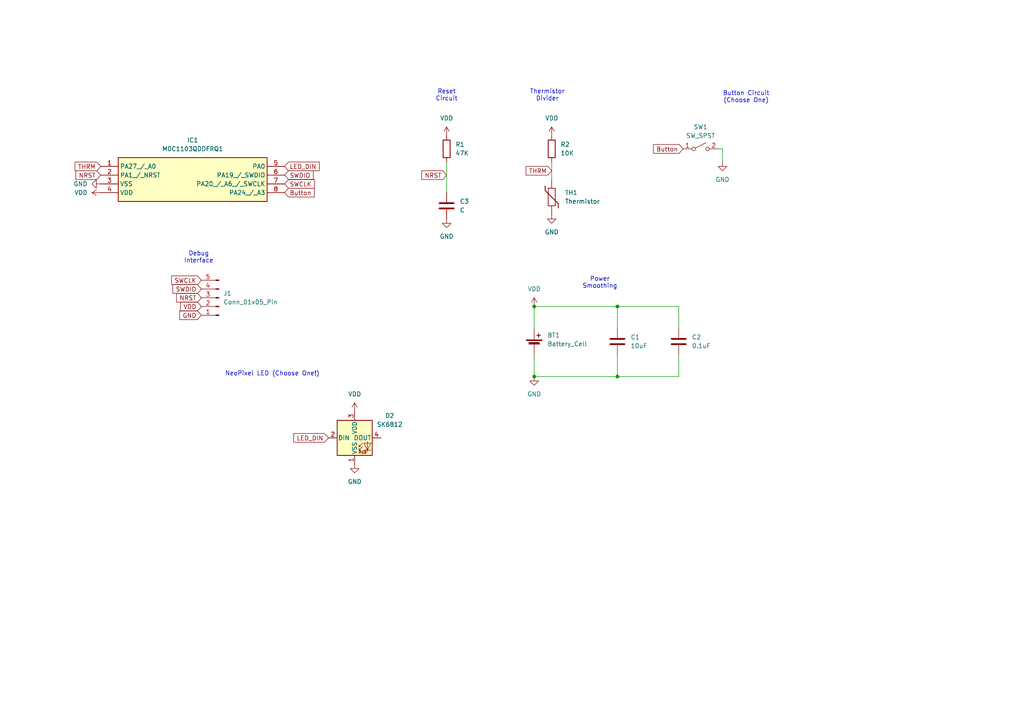
<source format=kicad_sch>
(kicad_sch (version 20250114) (generator "eeschema") (generator_version "9.0")
  (paper "A4")
  (lib_symbols
    (symbol "Connector:Conn_01x05_Pin" (pin_names (offset 1.016) (hide yes))
      (property "Reference" "J" (at 0 7.62 0))
      (property "Value" "Conn_01x05_Pin" (at 0 -7.62 0))
      (symbol "Conn_01x05_Pin_1_1"
        (rectangle (start 0.8636 5.207) (end 0 4.953) (stroke (width 0.1524)) (fill (type outline)))
        (rectangle (start 0.8636 2.667) (end 0 2.413) (stroke (width 0.1524)) (fill (type outline)))
        (rectangle (start 0.8636 0.127) (end 0 -0.127) (stroke (width 0.1524)) (fill (type outline)))
        (rectangle (start 0.8636 -2.413) (end 0 -2.667) (stroke (width 0.1524)) (fill (type outline)))
        (rectangle (start 0.8636 -4.953) (end 0 -5.207) (stroke (width 0.1524)) (fill (type outline)))
        (polyline (pts (xy 1.27 5.08) (xy 0.8636 5.08)) (stroke (width 0.1524)))
        (polyline (pts (xy 1.27 2.54) (xy 0.8636 2.54)) (stroke (width 0.1524)))
        (polyline (pts (xy 1.27 0) (xy 0.8636 0)) (stroke (width 0.1524)))
        (polyline (pts (xy 1.27 -2.54) (xy 0.8636 -2.54)) (stroke (width 0.1524)))
        (polyline (pts (xy 1.27 -5.08) (xy 0.8636 -5.08)) (stroke (width 0.1524)))
        (pin passive line (at 5.08 5.08 180) (length 3.81) (name "Pin_1") (number "1"))
        (pin passive line (at 5.08 2.54 180) (length 3.81) (name "Pin_2") (number "2"))
        (pin passive line (at 5.08 0 180) (length 3.81) (name "Pin_3") (number "3"))
        (pin passive line (at 5.08 -2.54 180) (length 3.81) (name "Pin_4") (number "4"))
        (pin passive line (at 5.08 -5.08 180) (length 3.81) (name "Pin_5") (number "5"))
      )
    )
    (symbol "Device:Battery_Cell" (pin_numbers (hide yes)) (pin_names (offset 0) (hide yes))
      (property "Reference" "BT" (at 2.54 2.54 0))
      (property "Value" "Battery_Cell" (at 2.54 0 0))
      (symbol "Battery_Cell_0_1"
        (rectangle (start -2.286 1.778) (end 2.286 1.524) (fill (type outline)))
        (rectangle (start -1.524 1.016) (end 1.524 0.508) (fill (type outline)))
        (polyline (pts (xy 0 1.778) (xy 0 2.54)))
        (polyline (pts (xy 0 0.762) (xy 0 0)))
        (polyline (pts (xy 0.762 3.048) (xy 1.778 3.048)) (stroke (width 0.254)))
        (polyline (pts (xy 1.27 3.556) (xy 1.27 2.54)) (stroke (width 0.254)))
      )
      (symbol "Battery_Cell_1_1"
        (pin passive line (at 0 5.08 270) (length 2.54) (name "+") (number "1"))
        (pin passive line (at 0 -2.54 90) (length 2.54) (name "-") (number "2"))
      )
    )
    (symbol "Device:C" (pin_numbers (hide yes)) (pin_names (offset 0.254))
      (property "Reference" "C" (at 0.635 2.54 0))
      (property "Value" "C" (at 0.635 -2.54 0))
      (symbol "C_0_1"
        (polyline (pts (xy -2.032 0.762) (xy 2.032 0.762)) (stroke (width 0.508)))
        (polyline (pts (xy -2.032 -0.762) (xy 2.032 -0.762)) (stroke (width 0.508)))
      )
      (symbol "C_1_1"
        (pin passive line (at 0 3.81 270) (length 2.794) (name "~") (number "1"))
        (pin passive line (at 0 -3.81 90) (length 2.794) (name "~") (number "2"))
      )
    )
    (symbol "Device:R" (pin_numbers (hide yes)) (pin_names (offset 0))
      (property "Reference" "R" (at 2.032 0 90))
      (property "Value" "R" (at 0 0 90))
      (symbol "R_0_1"
        (rectangle (start -1.016 -2.54) (end 1.016 2.54) (stroke (width 0.254)))
      )
      (symbol "R_1_1"
        (pin passive line (at 0 3.81 270) (length 1.27) (name "~") (number "1"))
        (pin passive line (at 0 -3.81 90) (length 1.27) (name "~") (number "2"))
      )
    )
    (symbol "Device:Thermistor" (pin_numbers (hide yes)) (pin_names (offset 0))
      (property "Reference" "TH" (at 2.54 1.27 90))
      (property "Value" "Thermistor" (at -2.54 0 90))
      (symbol "Thermistor_0_1"
        (polyline (pts (xy -1.905 3.175) (xy -1.905 1.905) (xy 1.905 -1.905) (xy 1.905 -3.175) (xy 1.905 -3.175)) (stroke (width 0.254)))
        (rectangle (start -1.016 2.54) (end 1.016 -2.54) (stroke (width 0.2032)))
      )
      (symbol "Thermistor_1_1"
        (pin passive line (at 0 5.08 270) (length 2.54) (name "~") (number "1"))
        (pin passive line (at 0 -5.08 90) (length 2.54) (name "~") (number "2"))
      )
    )
    (symbol "ELEC327-Kicad:M0C1103QDDFRQ1"
      (property "Reference" "IC" (at 49.53 7.62 0))
      (property "Value" "M0C1103QDDFRQ1" (at 49.53 5.08 0))
      (symbol "M0C1103QDDFRQ1_1_1"
        (rectangle (start 5.08 2.54) (end 48.26 -10.16) (stroke (width 0.254)) (fill (type background)))
        (pin passive line (at 0 0 0) (length 5.08) (name "PA27_/_A0") (number "1"))
        (pin passive line (at 0 -2.54 0) (length 5.08) (name "PA1_/_NRST") (number "2"))
        (pin passive line (at 0 -5.08 0) (length 5.08) (name "VSS") (number "3"))
        (pin passive line (at 0 -7.62 0) (length 5.08) (name "VDD") (number "4"))
        (pin passive line (at 53.34 0 180) (length 5.08) (name "PA0") (number "5"))
        (pin passive line (at 53.34 -2.54 180) (length 5.08) (name "PA19_/_SWDIO") (number "6"))
        (pin passive line (at 53.34 -5.08 180) (length 5.08) (name "PA20_/_A6_/_SWCLK") (number "7"))
        (pin passive line (at 53.34 -7.62 180) (length 5.08) (name "PA24_/_A3") (number "8"))
      )
    )
    (symbol "LED:SK6812" (pin_names (offset 0.254))
      (property "Reference" "D" (at 5.08 5.715 0))
      (property "Value" "SK6812" (at 1.27 -5.715 0))
      (symbol "SK6812_0_0"
        (text "RGB" (at 2.286 -4.191 0) (effects (font (size 0.762 0.762))))
      )
      (symbol "SK6812_0_1"
        (polyline (pts (xy 1.27 -2.54) (xy 1.778 -2.54)))
        (polyline (pts (xy 1.27 -3.556) (xy 1.778 -3.556)))
        (polyline (pts (xy 2.286 -1.524) (xy 1.27 -2.54) (xy 1.27 -2.032)))
        (polyline (pts (xy 2.286 -2.54) (xy 1.27 -3.556) (xy 1.27 -3.048)))
        (polyline (pts (xy 3.683 -1.016) (xy 3.683 -3.556) (xy 3.683 -4.064)))
        (polyline (pts (xy 4.699 -1.524) (xy 2.667 -1.524) (xy 3.683 -3.556) (xy 4.699 -1.524)))
        (polyline (pts (xy 4.699 -3.556) (xy 2.667 -3.556)))
        (rectangle (start 5.08 5.08) (end -5.08 -5.08) (stroke (width 0.254)) (fill (type background)))
      )
      (symbol "SK6812_1_1"
        (pin input line (at -7.62 0 0) (length 2.54) (name "DIN") (number "2"))
        (pin power_in line (at 0 7.62 270) (length 2.54) (name "VDD") (number "3"))
        (pin power_in line (at 0 -7.62 90) (length 2.54) (name "VSS") (number "1"))
        (pin output line (at 7.62 0 180) (length 2.54) (name "DOUT") (number "4"))
      )
    )
    (symbol "Switch:SW_SPST" (pin_names (offset 0) (hide yes))
      (property "Reference" "SW" (at 0 3.175 0))
      (property "Value" "SW_SPST" (at 0 -2.54 0))
      (symbol "SW_SPST_0_0"
        (circle (center -2.032 0) (radius 0.508))
        (polyline (pts (xy -1.524 0.254) (xy 1.524 1.778)))
        (circle (center 2.032 0) (radius 0.508))
      )
      (symbol "SW_SPST_1_1"
        (pin passive line (at -5.08 0 0) (length 2.54) (name "A") (number "1"))
        (pin passive line (at 5.08 0 180) (length 2.54) (name "B") (number "2"))
      )
    )
    (symbol "power:GND" (power) (pin_numbers (hide yes)) (pin_names (offset 0) (hide yes))
      (property "Value" "GND" (at 0 -3.81 0))
      (symbol "GND_0_1"
        (polyline (pts (xy 0 0) (xy 0 -1.27) (xy 1.27 -1.27) (xy 0 -2.54) (xy -1.27 -1.27) (xy 0 -1.27)))
      )
      (symbol "GND_1_1"
        (pin power_in line (at 0 0 270) (length 0) (name "~") (number "1"))
      )
    )
    (symbol "power:VDD" (power) (pin_numbers (hide yes)) (pin_names (offset 0) (hide yes))
      (property "Value" "VDD" (at 0 3.556 0))
      (symbol "VDD_0_1"
        (polyline (pts (xy -0.762 1.27) (xy 0 2.54)))
        (polyline (pts (xy 0 2.54) (xy 0.762 1.27)))
        (polyline (pts (xy 0 0) (xy 0 2.54)))
      )
      (symbol "VDD_1_1"
        (pin power_in line (at 0 0 90) (length 0) (name "~") (number "1"))
      )
    )
  )
  (text "Reset\nCircuit" (at 129.54 27.686 0) (effects (font (size 1.27 1.27))))
  (text "NeoPixel LED (Choose One!)" (at 78.994 108.458 0) (effects (font (size 1.27 1.27))))
  (text "Power\nSmoothing" (at 173.99 82.042 0) (effects (font (size 1.27 1.27))))
  (text "Debug\nInterface" (at 57.658 74.676 0) (effects (font (size 1.27 1.27))))
  (text "Thermistor\nDivider" (at 158.75 27.686 0) (effects (font (size 1.27 1.27))))
  (text "Button Circuit\n(Choose One)" (at 216.408 28.194 0) (effects (font (size 1.27 1.27))))
  (junction (at 179.07 109.22))
  (junction (at 154.94 88.9))
  (junction (at 154.94 109.22))
  (junction (at 179.07 88.9))
  (wire (pts (xy 154.94 109.22) (xy 154.94 102.87)))
  (wire (pts (xy 196.85 88.9) (xy 196.85 95.25)))
  (wire (pts (xy 209.55 43.18) (xy 208.28 43.18)))
  (wire (pts (xy 160.02 52.07) (xy 160.02 46.99)))
  (wire (pts (xy 129.54 55.88) (xy 129.54 46.99)))
  (wire (pts (xy 179.07 109.22) (xy 179.07 102.87)))
  (wire (pts (xy 179.07 109.22) (xy 154.94 109.22)))
  (wire (pts (xy 179.07 88.9) (xy 179.07 95.25)))
  (wire (pts (xy 209.55 46.99) (xy 209.55 43.18)))
  (wire (pts (xy 154.94 95.25) (xy 154.94 88.9)))
  (wire (pts (xy 196.85 102.87) (xy 196.85 109.22)))
  (wire (pts (xy 179.07 88.9) (xy 196.85 88.9)))
  (wire (pts (xy 154.94 88.9) (xy 179.07 88.9)))
  (wire (pts (xy 196.85 109.22) (xy 179.07 109.22)))
  (global_label "Button" (shape input) (at 198.12 43.18 180) (property "Intersheetrefs" "${INTERSHEET_REFS}" (effects (hide yes))))
  (global_label "LED_DIN" (shape input) (at 95.25 127 180) (property "Intersheetrefs" "${INTERSHEET_REFS}" (effects (hide yes))))
  (global_label "SWDIO" (shape input) (at 82.55 50.8 0) (property "Intersheetrefs" "${INTERSHEET_REFS}" (effects (hide yes))))
  (global_label "SWDIO" (shape input) (at 58.42 83.82 180) (property "Intersheetrefs" "${INTERSHEET_REFS}" (effects (hide yes))))
  (global_label "NRST" (shape input) (at 29.21 50.8 180) (property "Intersheetrefs" "${INTERSHEET_REFS}" (effects (hide yes))))
  (global_label "GND" (shape input) (at 58.42 91.44 180) (property "Intersheetrefs" "${INTERSHEET_REFS}" (effects (hide yes))))
  (global_label "Button" (shape input) (at 82.55 55.88 0) (property "Intersheetrefs" "${INTERSHEET_REFS}" (effects (hide yes))))
  (global_label "THRM" (shape input) (at 29.21 48.26 180) (property "Intersheetrefs" "${INTERSHEET_REFS}" (effects (hide yes))))
  (global_label "NRST" (shape input) (at 58.42 86.36 180) (property "Intersheetrefs" "${INTERSHEET_REFS}" (effects (hide yes))))
  (global_label "VDD" (shape input) (at 58.42 88.9 180) (property "Intersheetrefs" "${INTERSHEET_REFS}" (effects (hide yes))))
  (global_label "SWCLK" (shape input) (at 58.42 81.28 180) (property "Intersheetrefs" "${INTERSHEET_REFS}" (effects (hide yes))))
  (global_label "LED_DIN" (shape input) (at 82.55 48.26 0) (property "Intersheetrefs" "${INTERSHEET_REFS}" (effects (hide yes))))
  (global_label "THRM" (shape input) (at 160.02 49.53 180) (property "Intersheetrefs" "${INTERSHEET_REFS}" (effects (hide yes))))
  (global_label "NRST" (shape input) (at 129.54 50.8 180) (property "Intersheetrefs" "${INTERSHEET_REFS}" (effects (hide yes))))
  (global_label "SWCLK" (shape input) (at 82.55 53.34 0) (property "Intersheetrefs" "${INTERSHEET_REFS}" (effects (hide yes))))
  (symbol (lib_id "power:VDD") (at 160.02 39.37 0) (unit 1)
    (property "Reference" "#PWR011" (effects (hide yes)))
    (property "Value" "VDD" (at 160.02 34.29 0))
    (property "Description" "Power symbol creates a global label with name \"VDD\"" (effects (hide yes)))
  )
  (symbol (lib_id "power:GND") (at 29.21 53.34 270) (unit 1)
    (property "Reference" "#PWR08" (effects (hide yes)))
    (property "Value" "GND" (at 25.4 53.3399 90) (effects (justify right)))
    (property "Description" "Power symbol creates a global label with name \"GND\" , ground" (effects (hide yes)))
  )
  (symbol (lib_id "power:GND") (at 129.54 63.5 0) (unit 1)
    (property "Reference" "#PWR010" (effects (hide yes)))
    (property "Value" "GND" (at 129.54 68.58 0))
    (property "Description" "Power symbol creates a global label with name \"GND\" , ground" (effects (hide yes)))
  )
  (symbol (lib_id "power:GND") (at 154.94 109.22 0) (unit 1)
    (property "Reference" "#PWR014" (effects (hide yes)))
    (property "Value" "GND" (at 154.94 114.3 0))
    (property "Description" "Power symbol creates a global label with name \"GND\" , ground" (effects (hide yes)))
  )
  (symbol (lib_id "Switch:SW_SPST") (at 203.2 43.18 0) (unit 1)
    (property "Reference" "SW1" (at 203.2 36.83 0))
    (property "Value" "SW_SPST" (at 203.2 39.37 0))
    (property "Footprint" "Button_Switch_THT:SW_PUSH_6mm_H5mm" (effects (hide yes)))
    (property "Description" "Single Pole Single Throw (SPST) switch" (effects (hide yes)))
  )
  (symbol (lib_id "power:VDD") (at 129.54 39.37 0) (unit 1)
    (property "Reference" "#PWR09" (effects (hide yes)))
    (property "Value" "VDD" (at 129.54 34.29 0))
    (property "Description" "Power symbol creates a global label with name \"VDD\"" (effects (hide yes)))
  )
  (symbol (lib_id "power:GND") (at 102.87 134.62 0) (unit 1)
    (property "Reference" "#PWR02" (effects (hide yes)))
    (property "Value" "GND" (at 102.87 139.7 0))
    (property "Description" "Power symbol creates a global label with name \"GND\" , ground" (effects (hide yes)))
  )
  (symbol (lib_id "Device:R") (at 129.54 43.18 0) (unit 1)
    (property "Reference" "R1" (at 132.08 41.9099 0) (effects (justify left)))
    (property "Value" "47K" (at 132.08 44.4499 0) (effects (justify left)))
    (property "Footprint" "Resistor_SMD:R_1206_3216Metric_Pad1.30x1.75mm_HandSolder" (effects (hide yes)))
    (property "Description" "Resistor" (effects (hide yes)))
  )
  (symbol (lib_id "Device:R") (at 160.02 43.18 0) (unit 1)
    (property "Reference" "R2" (at 162.56 41.9099 0) (effects (justify left)))
    (property "Value" "10K" (at 162.56 44.4499 0) (effects (justify left)))
    (property "Footprint" "Resistor_SMD:R_1206_3216Metric_Pad1.30x1.75mm_HandSolder" (effects (hide yes)))
    (property "Description" "Resistor" (effects (hide yes)))
  )
  (symbol (lib_id "power:VDD") (at 102.87 119.38 0) (unit 1)
    (property "Reference" "#PWR06" (effects (hide yes)))
    (property "Value" "VDD" (at 102.87 114.3 0))
    (property "Description" "Power symbol creates a global label with name \"VDD\"" (effects (hide yes)))
  )
  (symbol (lib_id "Connector:Conn_01x05_Pin") (at 63.5 86.36 180) (unit 1)
    (property "Reference" "J1" (at 64.77 85.0899 0) (effects (justify right)))
    (property "Value" "Conn_01x05_Pin" (at 64.77 87.6299 0) (effects (justify right)))
    (property "Footprint" "Connector_PinHeader_2.54mm:PinHeader_1x05_P2.54mm_Vertical" (effects (hide yes)))
    (property "Description" "Generic connector, single row, 01x05, script generated" (effects (hide yes)))
  )
  (symbol (lib_id "Device:Thermistor") (at 160.02 57.15 0) (unit 1)
    (property "Reference" "TH1" (at 163.83 55.8799 0) (effects (justify left)))
    (property "Value" "Thermistor" (at 163.83 58.4199 0) (effects (justify left)))
    (property "Footprint" "Resistor_SMD:R_1206_3216Metric_Pad1.30x1.75mm_HandSolder" (effects (hide yes)))
    (property "Datasheet" "https://datasheets.kyocera-avx.com/nb21-nb12-nb20.pdf" (effects (hide yes)))
    (property "Description" "Temperature dependent resistor" (effects (hide yes)))
  )
  (symbol (lib_id "power:GND") (at 209.55 46.99 0) (unit 1)
    (property "Reference" "#PWR013" (effects (hide yes)))
    (property "Value" "GND" (at 209.55 52.07 0))
    (property "Description" "Power symbol creates a global label with name \"GND\" , ground" (effects (hide yes)))
  )
  (symbol (lib_id "power:GND") (at 160.02 62.23 0) (unit 1)
    (property "Reference" "#PWR012" (effects (hide yes)))
    (property "Value" "GND" (at 160.02 67.31 0))
    (property "Description" "Power symbol creates a global label with name \"GND\" , ground" (effects (hide yes)))
  )
  (symbol (lib_id "ELEC327-Kicad:M0C1103QDDFRQ1") (at 29.21 48.26 0) (unit 1)
    (property "Reference" "IC1" (at 55.88 40.64 0))
    (property "Value" "M0C1103QDDFRQ1" (at 55.88 43.18 0))
    (property "Footprint" "Package_TO_SOT_SMD:SOT-23-8" (effects (hide yes)))
    (property "Datasheet" "https://www.ti.com/lit/ds/symlink/mspm0c1104-q1.pdf?ts=1746800032528&ref_url=https%253A%252F%252Fwww.ti.com%252Fproduct%252FMSPM0C1104-Q1" (effects (hide yes)))
    (property "Description" "ARM Microcontrollers - MCU Automotive 24MHz Arm Cortex-M0+ MCU with" (effects (hide yes)))
    (property "Height" "1.1" (effects (hide yes)))
    (property "Mouser Part Number" "595-M0C1103QDDFRQ1" (effects (hide yes)))
    (property "Mouser Price/Stock" "https://www.mouser.co.uk/ProductDetail/Texas-Instruments/M0C1103QDDFRQ1?qs=%252BXxaIXUDbq267E5NDb0Cdw%3D%3D" (effects (hide yes)))
    (property "Manufacturer_Name" "Texas Instruments" (effects (hide yes)))
    (property "Manufacturer_Part_Number" "M0C1103QDDFRQ1" (effects (hide yes)))
  )
  (symbol (lib_id "Device:C") (at 179.07 99.06 0) (unit 1)
    (property "Reference" "C1" (at 182.88 97.7899 0) (effects (justify left)))
    (property "Value" "10uF" (at 182.88 100.3299 0) (effects (justify left)))
    (property "Footprint" "Capacitor_SMD:C_1206_3216Metric_Pad1.33x1.80mm_HandSolder" (effects (hide yes)))
    (property "Description" "Unpolarized capacitor" (effects (hide yes)))
  )
  (symbol (lib_id "power:VDD") (at 29.21 55.88 90) (unit 1)
    (property "Reference" "#PWR07" (effects (hide yes)))
    (property "Value" "VDD" (at 25.4 55.8799 90) (effects (justify left)))
    (property "Description" "Power symbol creates a global label with name \"VDD\"" (effects (hide yes)))
  )
  (symbol (lib_id "Device:C") (at 196.85 99.06 0) (unit 1)
    (property "Reference" "C2" (at 200.66 97.7899 0) (effects (justify left)))
    (property "Value" "0.1uF" (at 200.66 100.3299 0) (effects (justify left)))
    (property "Footprint" "Capacitor_SMD:C_1206_3216Metric_Pad1.33x1.80mm_HandSolder" (effects (hide yes)))
    (property "Description" "Unpolarized capacitor" (effects (hide yes)))
  )
  (symbol (lib_id "LED:SK6812") (at 102.87 127 0) (unit 1)
    (property "Reference" "D2" (at 113.03 120.5798 0))
    (property "Value" "SK6812" (at 113.03 123.1198 0))
    (property "Footprint" "LED_SMD:LED_SK6812_PLCC4_5.0x5.0mm_P3.2mm" (effects (hide yes)))
    (property "Datasheet" "https://cdn-shop.adafruit.com/product-files/1138/SK6812+LED+datasheet+.pdf" (effects (hide yes)))
    (property "Description" "RGB LED with integrated controller" (effects (hide yes)))
  )
  (symbol (lib_id "Device:C") (at 129.54 59.69 0) (unit 1)
    (property "Reference" "C3" (at 133.35 58.4199 0) (effects (justify left)))
    (property "Value" "C" (at 133.35 60.9599 0) (effects (justify left)))
    (property "Footprint" "Capacitor_SMD:C_1206_3216Metric_Pad1.33x1.80mm_HandSolder" (effects (hide yes)))
    (property "Description" "Unpolarized capacitor" (effects (hide yes)))
  )
  (symbol (lib_id "power:VDD") (at 154.94 88.9 0) (unit 1)
    (property "Reference" "#PWR05" (effects (hide yes)))
    (property "Value" "VDD" (at 154.94 83.82 0))
    (property "Description" "Power symbol creates a global label with name \"VDD\"" (effects (hide yes)))
  )
  (symbol (lib_id "Device:Battery_Cell") (at 154.94 100.33 0) (unit 1)
    (property "Reference" "BT1" (at 158.75 97.2184 0) (effects (justify left)))
    (property "Value" "Battery_Cell" (at 158.75 99.7584 0) (effects (justify left)))
    (property "Footprint" "Battery:BatteryHolder_Keystone_3001_1x12mm" (effects (hide yes)))
    (property "Description" "Single-cell battery" (effects (hide yes)))
  )
)
</source>
